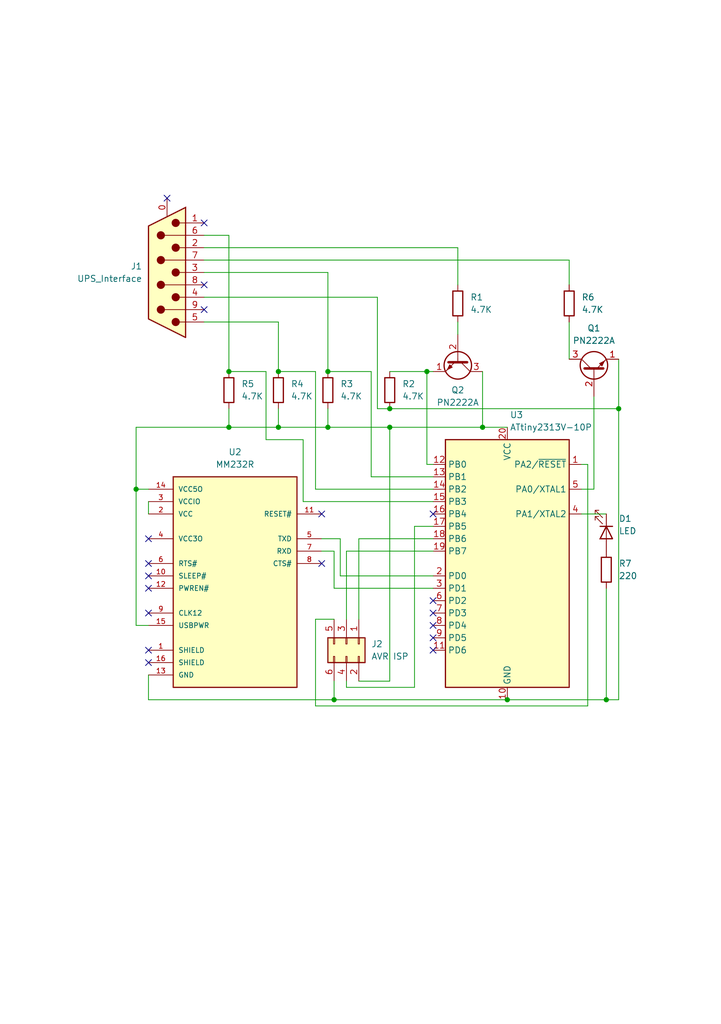
<source format=kicad_sch>
(kicad_sch (version 20211123) (generator eeschema)
  (paper "A5" portrait)
  (title_block (title "DumbUPS USB interface") (date "2022-01-02") (rev "1"))
  (lib_symbols
    (symbol "Connector:DB9_Male_MountingHoles" (pin_names (offset 1.016) hide)
      (property "Reference" "J" (at 0 16.51 0))
      (property "Value" "DB9_Male_MountingHoles" (at 0 14.605 0))
      (symbol "DB9_Male_MountingHoles_0_1"
        (circle (center -1.778 -10.16) (radius 0.762) (fill (type outline)))
        (circle (center -1.778 -5.08) (radius 0.762) (fill (type outline)))
        (circle (center -1.778 0) (radius 0.762) (fill (type outline)))
        (circle (center -1.778 5.08) (radius 0.762) (fill (type outline)))
        (circle (center -1.778 10.16) (radius 0.762) (fill (type outline)))
        (polyline (pts (xy -3.81 -10.16) (xy -2.54 -10.16)))
        (polyline (pts (xy -3.81 -7.62) (xy 0.508 -7.62)))
        (polyline (pts (xy -3.81 -5.08) (xy -2.54 -5.08)))
        (polyline (pts (xy -3.81 -2.54) (xy 0.508 -2.54)))
        (polyline (pts (xy -3.81 0) (xy -2.54 0)))
        (polyline (pts (xy -3.81 2.54) (xy 0.508 2.54)))
        (polyline (pts (xy -3.81 5.08) (xy -2.54 5.08)))
        (polyline (pts (xy -3.81 7.62) (xy 0.508 7.62)))
        (polyline (pts (xy -3.81 10.16) (xy -2.54 10.16)))
        (polyline (pts (xy -3.81 -13.335) (xy -3.81 13.335) (xy 3.81 9.525) (xy 3.81 -9.525) (xy -3.81 -13.335)) (stroke (width 0.254)) (fill (type background)))
        (circle (center 1.27 -7.62) (radius 0.762) (fill (type outline)))
        (circle (center 1.27 -2.54) (radius 0.762) (fill (type outline)))
        (circle (center 1.27 2.54) (radius 0.762) (fill (type outline)))
        (circle (center 1.27 7.62) (radius 0.762) (fill (type outline)))
      )
      (symbol "DB9_Male_MountingHoles_1_1"
        (pin passive line (at 0 -15.24 90) (length 3.81) (name "PAD") (number "0"))
        (pin passive line (at -7.62 -10.16 0) (length 3.81) (name "1") (number "1"))
        (pin passive line (at -7.62 -5.08 0) (length 3.81) (name "2") (number "2"))
        (pin passive line (at -7.62 0 0) (length 3.81) (name "3") (number "3"))
        (pin passive line (at -7.62 5.08 0) (length 3.81) (name "4") (number "4"))
        (pin passive line (at -7.62 10.16 0) (length 3.81) (name "5") (number "5"))
        (pin passive line (at -7.62 -7.62 0) (length 3.81) (name "6") (number "6"))
        (pin passive line (at -7.62 -2.54 0) (length 3.81) (name "7") (number "7"))
        (pin passive line (at -7.62 2.54 0) (length 3.81) (name "8") (number "8"))
        (pin passive line (at -7.62 7.62 0) (length 3.81) (name "9") (number "9"))
      )
    )
    (symbol "Connector_Generic:Conn_02x03_Odd_Even" (pin_names (offset 1.016) hide)
      (property "Reference" "J" (at 1.27 5.08 0))
      (property "Value" "Conn_02x03_Odd_Even" (at 1.27 -5.08 0))
      (symbol "Conn_02x03_Odd_Even_1_1"
        (rectangle (start -1.27 -2.413) (end 0 -2.667) (stroke (width 0.1524)))
        (rectangle (start -1.27 0.127) (end 0 -0.127) (stroke (width 0.1524)))
        (rectangle (start -1.27 2.667) (end 0 2.413) (stroke (width 0.1524)))
        (rectangle (start -1.27 3.81) (end 3.81 -3.81) (stroke (width 0.254)) (fill (type background)))
        (rectangle (start 3.81 -2.413) (end 2.54 -2.667) (stroke (width 0.1524)))
        (rectangle (start 3.81 0.127) (end 2.54 -0.127) (stroke (width 0.1524)))
        (rectangle (start 3.81 2.667) (end 2.54 2.413) (stroke (width 0.1524)))
        (pin passive line (at -5.08 2.54 0) (length 3.81) (name "Pin_1") (number "1"))
        (pin passive line (at 7.62 2.54 180) (length 3.81) (name "Pin_2") (number "2"))
        (pin passive line (at -5.08 0 0) (length 3.81) (name "Pin_3") (number "3"))
        (pin passive line (at 7.62 0 180) (length 3.81) (name "Pin_4") (number "4"))
        (pin passive line (at -5.08 -2.54 0) (length 3.81) (name "Pin_5") (number "5"))
        (pin passive line (at 7.62 -2.54 180) (length 3.81) (name "Pin_6") (number "6"))
      )
    )
    (symbol "Device:LED" (pin_numbers hide) (pin_names (offset 1.016) hide)
      (property "Reference" "D" (at 0 2.54 0))
      (property "Value" "LED" (at 0 -2.54 0))
      (symbol "LED_0_1"
        (polyline (pts (xy -1.27 -1.27) (xy -1.27 1.27)) (stroke (width 0.254)))
        (polyline (pts (xy -1.27 0) (xy 1.27 0)))
        (polyline (pts (xy 1.27 -1.27) (xy 1.27 1.27) (xy -1.27 0) (xy 1.27 -1.27)) (stroke (width 0.254)))
        (polyline (pts (xy -3.048 -0.762) (xy -4.572 -2.286) (xy -3.81 -2.286) (xy -4.572 -2.286) (xy -4.572 -1.524)))
        (polyline (pts (xy -1.778 -0.762) (xy -3.302 -2.286) (xy -2.54 -2.286) (xy -3.302 -2.286) (xy -3.302 -1.524)))
      )
      (symbol "LED_1_1"
        (pin passive line (at -3.81 0 0) (length 2.54) (name "K") (number "1"))
        (pin passive line (at 3.81 0 180) (length 2.54) (name "A") (number "2"))
      )
    )
    (symbol "Device:R" (pin_numbers hide) (pin_names (offset 0))
      (property "Reference" "R" (at 2.032 0 90))
      (property "Value" "R" (at 0 0 90))
      (symbol "R_0_1"
        (rectangle (start -1.016 -2.54) (end 1.016 2.54) (stroke (width 0.254)))
      )
      (symbol "R_1_1"
        (pin passive line (at 0 3.81 270) (length 1.27) (name "~") (number "1"))
        (pin passive line (at 0 -3.81 90) (length 1.27) (name "~") (number "2"))
      )
    )
    (symbol "MCU_Microchip_ATtiny:ATtiny2313V-10P"
      (property "Reference" "U" (at -12.7 26.67 0))
      (property "Value" "ATtiny2313V-10P" (at 2.54 -26.67 0))
      (symbol "ATtiny2313V-10P_0_1"
        (rectangle (start -12.7 -25.4) (end 12.7 25.4) (stroke (width 0.254)) (fill (type background)))
      )
      (symbol "ATtiny2313V-10P_1_1"
        (pin bidirectional line (at -15.24 20.32 0) (length 2.54) (name "PA2/~{RESET}") (number "1"))
        (pin power_in line (at 0 -27.94 90) (length 2.54) (name "GND") (number "10"))
        (pin bidirectional line (at 15.24 -17.78 180) (length 2.54) (name "PD6") (number "11"))
        (pin bidirectional line (at 15.24 20.32 180) (length 2.54) (name "PB0") (number "12"))
        (pin bidirectional line (at 15.24 17.78 180) (length 2.54) (name "PB1") (number "13"))
        (pin bidirectional line (at 15.24 15.24 180) (length 2.54) (name "PB2") (number "14"))
        (pin bidirectional line (at 15.24 12.7 180) (length 2.54) (name "PB3") (number "15"))
        (pin bidirectional line (at 15.24 10.16 180) (length 2.54) (name "PB4") (number "16"))
        (pin bidirectional line (at 15.24 7.62 180) (length 2.54) (name "PB5") (number "17"))
        (pin bidirectional line (at 15.24 5.08 180) (length 2.54) (name "PB6") (number "18"))
        (pin bidirectional line (at 15.24 2.54 180) (length 2.54) (name "PB7") (number "19"))
        (pin bidirectional line (at 15.24 -2.54 180) (length 2.54) (name "PD0") (number "2"))
        (pin power_in line (at 0 27.94 270) (length 2.54) (name "VCC") (number "20"))
        (pin bidirectional line (at 15.24 -5.08 180) (length 2.54) (name "PD1") (number "3"))
        (pin bidirectional line (at -15.24 10.16 0) (length 2.54) (name "PA1/XTAL2") (number "4"))
        (pin bidirectional line (at -15.24 15.24 0) (length 2.54) (name "PA0/XTAL1") (number "5"))
        (pin bidirectional line (at 15.24 -7.62 180) (length 2.54) (name "PD2") (number "6"))
        (pin bidirectional line (at 15.24 -10.16 180) (length 2.54) (name "PD3") (number "7"))
        (pin bidirectional line (at 15.24 -12.7 180) (length 2.54) (name "PD4") (number "8"))
        (pin bidirectional line (at 15.24 -15.24 180) (length 2.54) (name "PD5") (number "9"))
      )
    )
    (symbol "MM232R:MM232R" (pin_names (offset 1.016))
      (property "Reference" "U2" (at 0 25.4 0))
      (property "Value" "MM232R" (at 0 22.86 0))
      (symbol "MM232R_0_0"
        (rectangle (start -12.7 -22.86) (end 12.7 20.32) (stroke (width 0.254)) (fill (type background)))
        (pin input line (at 17.78 -15.24 180) (length 5.08) (name "SHIELD") (number "1"))
        (pin output line (at 17.78 0 180) (length 5.08) (name "SLEEP#") (number "10"))
        (pin input line (at -17.78 12.7 0) (length 5.08) (name "RESET#") (number "11"))
        (pin output line (at 17.78 -2.54 180) (length 5.08) (name "PWREN#") (number "12"))
        (pin power_out line (at 17.78 -20.32 180) (length 5.08) (name "GND") (number "13"))
        (pin power_in line (at 17.78 17.78 180) (length 5.08) (name "VCC5O") (number "14"))
        (pin power_out line (at 17.78 -10.16 180) (length 5.08) (name "USBPWR") (number "15"))
        (pin input line (at 17.78 -17.78 180) (length 5.08) (name "SHIELD") (number "16"))
        (pin power_out line (at 17.78 12.7 180) (length 5.08) (name "VCC") (number "2"))
        (pin power_in line (at 17.78 15.24 180) (length 5.08) (name "VCCIO") (number "3"))
        (pin output line (at 17.78 7.62 180) (length 5.08) (name "VCC3O") (number "4"))
        (pin output line (at -17.78 7.62 0) (length 5.08) (name "TXD") (number "5"))
        (pin output line (at 17.78 2.54 180) (length 5.08) (name "RTS#") (number "6"))
        (pin input line (at -17.78 5.08 0) (length 5.08) (name "RXD") (number "7"))
        (pin input line (at -17.78 2.54 0) (length 5.08) (name "CTS#") (number "8"))
        (pin output line (at 17.78 -7.62 180) (length 5.08) (name "CLK12") (number "9"))
      )
    )
    (symbol "Transistor_BJT:PN2222A" (pin_names (offset 0) hide)
      (property "Reference" "Q" (at 5.08 1.905 0))
      (property "Value" "PN2222A" (at 5.08 0 0))
      (symbol "PN2222A_0_1"
        (polyline (pts (xy 0 0) (xy 0.635 0)))
        (polyline (pts (xy 2.54 -2.54) (xy 0.635 -0.635)))
        (polyline (pts (xy 2.54 2.54) (xy 0.635 0.635)))
        (polyline (pts (xy 0.635 1.905) (xy 0.635 -1.905) (xy 0.635 -1.905)) (stroke (width 0.508)))
        (polyline (pts (xy 2.413 -2.413) (xy 1.905 -1.905) (xy 1.905 -1.905)))
        (polyline (pts (xy 1.143 -1.651) (xy 1.651 -1.143) (xy 2.159 -2.159) (xy 1.143 -1.651) (xy 1.143 -1.651)) (fill (type outline)))
        (circle (center 1.27 0) (radius 2.8194) (stroke (width 0.254)))
      )
      (symbol "PN2222A_1_1"
        (pin passive line (at 2.54 -5.08 90) (length 2.54) (name "E") (number "1"))
        (pin input line (at -5.08 0 0) (length 5.08) (name "B") (number "2"))
        (pin passive line (at 2.54 5.08 270) (length 2.54) (name "C") (number "3"))
      )
    )
  )
  (junction (at 127 83.82))
  (junction (at 57.15 76.2))
  (junction (at 68.58 143.51))
  (junction (at 46.99 87.63))
  (junction (at 80.01 83.82))
  (junction (at 87.63 76.2))
  (junction (at 46.99 76.2))
  (junction (at 67.31 76.2))
  (junction (at 67.31 87.63))
  (junction (at 99.06 87.63))
  (junction (at 57.15 87.63))
  (junction (at 124.46 143.51))
  (junction (at 27.94 100.33))
  (junction (at 104.14 143.51))
  (junction (at 80.01 87.63))
  (no_connect (at 34.29 40.64))
  (no_connect (at 41.91 63.5))
  (no_connect (at 41.91 58.42))
  (no_connect (at 30.48 120.65))
  (no_connect (at 30.48 125.73))
  (no_connect (at 30.48 110.49))
  (no_connect (at 30.48 118.11))
  (no_connect (at 30.48 115.57))
  (no_connect (at 88.9 105.41))
  (no_connect (at 66.04 115.57))
  (no_connect (at 66.04 105.41))
  (no_connect (at 88.9 133.35))
  (no_connect (at 88.9 130.81))
  (no_connect (at 88.9 128.27))
  (no_connect (at 88.9 125.73))
  (no_connect (at 88.9 123.19))
  (no_connect (at 41.91 45.72))
  (no_connect (at 30.48 133.35))
  (no_connect (at 30.48 135.89))
  (wire (pts (xy 27.94 100.33) (xy 30.48 100.33)))
  (wire (pts (xy 88.9 95.25) (xy 87.63 95.25)))
  (wire (pts (xy 54.61 90.17) (xy 54.61 76.2)))
  (wire (pts (xy 67.31 83.82) (xy 67.31 87.63)))
  (wire (pts (xy 88.9 110.49) (xy 73.66 110.49)))
  (wire (pts (xy 57.15 66.04) (xy 57.15 76.2)))
  (wire (pts (xy 127 83.82) (xy 127 143.51)))
  (wire (pts (xy 93.98 50.8) (xy 93.98 58.42)))
  (wire (pts (xy 57.15 83.82) (xy 57.15 87.63)))
  (wire (pts (xy 85.09 107.95) (xy 85.09 140.97)))
  (wire (pts (xy 64.77 144.78) (xy 64.77 127)))
  (wire (pts (xy 88.9 113.03) (xy 71.12 113.03)))
  (wire (pts (xy 88.9 100.33) (xy 64.77 100.33)))
  (wire (pts (xy 77.47 83.82) (xy 80.01 83.82)))
  (wire (pts (xy 66.04 113.03) (xy 68.58 113.03)))
  (wire (pts (xy 69.85 118.11) (xy 69.85 110.49)))
  (wire (pts (xy 27.94 87.63) (xy 46.99 87.63)))
  (wire (pts (xy 71.12 140.97) (xy 71.12 139.7)))
  (wire (pts (xy 116.84 66.04) (xy 116.84 73.66)))
  (wire (pts (xy 67.31 76.2) (xy 76.2 76.2)))
  (wire (pts (xy 30.48 143.51) (xy 68.58 143.51)))
  (wire (pts (xy 76.2 76.2) (xy 76.2 97.79)))
  (wire (pts (xy 69.85 110.49) (xy 66.04 110.49)))
  (wire (pts (xy 120.65 95.25) (xy 120.65 144.78)))
  (wire (pts (xy 87.63 76.2) (xy 80.01 76.2)))
  (wire (pts (xy 30.48 143.51) (xy 30.48 138.43)))
  (wire (pts (xy 64.77 76.2) (xy 57.15 76.2)))
  (wire (pts (xy 68.58 120.65) (xy 88.9 120.65)))
  (wire (pts (xy 120.65 144.78) (xy 64.77 144.78)))
  (wire (pts (xy 27.94 87.63) (xy 27.94 100.33)))
  (wire (pts (xy 41.91 50.8) (xy 93.98 50.8)))
  (wire (pts (xy 54.61 76.2) (xy 46.99 76.2)))
  (wire (pts (xy 88.9 107.95) (xy 85.09 107.95)))
  (wire (pts (xy 41.91 55.88) (xy 67.31 55.88)))
  (wire (pts (xy 62.23 90.17) (xy 54.61 90.17)))
  (wire (pts (xy 30.48 102.87) (xy 30.48 105.41)))
  (wire (pts (xy 116.84 53.34) (xy 116.84 58.42)))
  (wire (pts (xy 67.31 87.63) (xy 80.01 87.63)))
  (wire (pts (xy 41.91 48.26) (xy 46.99 48.26)))
  (wire (pts (xy 73.66 110.49) (xy 73.66 127)))
  (wire (pts (xy 57.15 87.63) (xy 67.31 87.63)))
  (wire (pts (xy 64.77 100.33) (xy 64.77 76.2)))
  (wire (pts (xy 68.58 113.03) (xy 68.58 120.65)))
  (wire (pts (xy 88.9 118.11) (xy 69.85 118.11)))
  (wire (pts (xy 80.01 139.7) (xy 80.01 87.63)))
  (wire (pts (xy 119.38 105.41) (xy 124.46 105.41)))
  (wire (pts (xy 87.63 95.25) (xy 87.63 76.2)))
  (wire (pts (xy 27.94 128.27) (xy 30.48 128.27)))
  (wire (pts (xy 124.46 120.65) (xy 124.46 143.51)))
  (wire (pts (xy 46.99 83.82) (xy 46.99 87.63)))
  (wire (pts (xy 46.99 48.26) (xy 46.99 76.2)))
  (wire (pts (xy 99.06 76.2) (xy 99.06 87.63)))
  (wire (pts (xy 85.09 140.97) (xy 71.12 140.97)))
  (wire (pts (xy 41.91 60.96) (xy 77.47 60.96)))
  (wire (pts (xy 121.92 100.33) (xy 121.92 81.28)))
  (wire (pts (xy 99.06 87.63) (xy 104.14 87.63)))
  (wire (pts (xy 46.99 87.63) (xy 57.15 87.63)))
  (wire (pts (xy 64.77 127) (xy 68.58 127)))
  (wire (pts (xy 41.91 66.04) (xy 57.15 66.04)))
  (wire (pts (xy 80.01 87.63) (xy 99.06 87.63)))
  (wire (pts (xy 62.23 102.87) (xy 62.23 90.17)))
  (wire (pts (xy 119.38 100.33) (xy 121.92 100.33)))
  (wire (pts (xy 67.31 55.88) (xy 67.31 76.2)))
  (wire (pts (xy 76.2 97.79) (xy 88.9 97.79)))
  (wire (pts (xy 127 73.66) (xy 127 83.82)))
  (wire (pts (xy 119.38 95.25) (xy 120.65 95.25)))
  (wire (pts (xy 80.01 83.82) (xy 127 83.82)))
  (wire (pts (xy 77.47 60.96) (xy 77.47 83.82)))
  (wire (pts (xy 73.66 139.7) (xy 80.01 139.7)))
  (wire (pts (xy 41.91 53.34) (xy 116.84 53.34)))
  (wire (pts (xy 68.58 139.7) (xy 68.58 143.51)))
  (wire (pts (xy 87.63 76.2) (xy 88.9 76.2)))
  (wire (pts (xy 88.9 102.87) (xy 62.23 102.87)))
  (wire (pts (xy 27.94 100.33) (xy 27.94 128.27)))
  (wire (pts (xy 104.14 143.51) (xy 124.46 143.51)))
  (wire (pts (xy 71.12 113.03) (xy 71.12 127)))
  (wire (pts (xy 124.46 143.51) (xy 127 143.51)))
  (wire (pts (xy 93.98 66.04) (xy 93.98 68.58)))
  (wire (pts (xy 68.58 143.51) (xy 104.14 143.51)))
  (symbol (lib_id "MM232R:MM232R") (at 48.26 118.11 0) (mirror y) (unit 1)
    (property "Reference" "U2" (at 48.26 92.71 0))
    (property "Value" "MM232R" (at 48.26 95.25 0))
    (property "Footprint" "library:FTDI_MM232R" (effects hide))
    (property "STANDARD" "Manufacturer Recommendations" (effects hide))
    (property "MANUFACTURER" "FTD CHIP" (effects hide))
    (property "PARTREV" "1.2" (effects hide))
  )
  (symbol (lib_id "Device:R") (at 46.99 80.01 0) (unit 1)
    (property "Reference" "R5" (at 49.53 78.7399 0) (effects (justify left)))
    (property "Value" "4.7K" (at 49.53 81.2799 0) (effects (justify left)))
    (property "Footprint" "Resistor_THT:R_Axial_DIN0207_L6.3mm_D2.5mm_P10.16mm_Horizontal" (effects hide))
  )
  (symbol (lib_id "Device:R") (at 57.15 80.01 0) (unit 1)
    (property "Reference" "R4" (at 59.69 78.7399 0) (effects (justify left)))
    (property "Value" "4.7K" (at 59.69 81.2799 0) (effects (justify left)))
    (property "Footprint" "Resistor_THT:R_Axial_DIN0207_L6.3mm_D2.5mm_P10.16mm_Horizontal" (effects hide))
  )
  (symbol (lib_id "Device:R") (at 80.01 80.01 180) (unit 1)
    (property "Reference" "R2" (at 82.55 78.7399 0) (effects (justify right)))
    (property "Value" "4.7K" (at 82.55 81.2799 0) (effects (justify right)))
    (property "Footprint" "Resistor_THT:R_Axial_DIN0207_L6.3mm_D2.5mm_P10.16mm_Horizontal" (effects hide))
  )
  (symbol (lib_id "Transistor_BJT:PN2222A") (at 121.92 76.2 90) (unit 1)
    (property "Reference" "Q1" (at 121.92 67.31 90))
    (property "Value" "PN2222A" (at 121.92 69.85 90))
    (property "Footprint" "Package_TO_SOT_THT:TO-92L_Inline" (effects hide))
    (property "Datasheet" "https://www.onsemi.com/pub/Collateral/PN2222-D.PDF" (effects hide))
  )
  (symbol (lib_id "Connector:DB9_Male_MountingHoles") (at 34.29 55.88 180) (unit 1)
    (property "Reference" "J1" (at 29.21 54.6099 0) (effects (justify left)))
    (property "Value" "UPS_Interface" (at 29.21 57.1499 0) (effects (justify left)))
    (property "Footprint" "Connector_Dsub:DSUB-9_Male_Horizontal_P2.77x2.84mm_EdgePinOffset7.70mm_Housed_MountingHolesOffset9.12mm" (effects hide))
    (property "Datasheet" " ~" (effects hide))
  )
  (symbol (lib_id "Device:R") (at 124.46 116.84 0) (unit 1)
    (property "Reference" "R7" (at 127 115.5699 0) (effects (justify left)))
    (property "Value" "220" (at 127 118.1099 0) (effects (justify left)))
    (property "Footprint" "Resistor_THT:R_Axial_DIN0207_L6.3mm_D2.5mm_P10.16mm_Horizontal" (effects hide))
  )
  (symbol (lib_id "MCU_Microchip_ATtiny:ATtiny2313V-10P") (at 104.14 115.57 0) (mirror y) (unit 1)
    (property "Reference" "U3" (at 104.6606 85.09 0) (effects (justify right)))
    (property "Value" "ATtiny2313V-10P" (at 104.6606 87.63 0) (effects (justify right)))
    (property "Footprint" "Package_DIP:DIP-20_W7.62mm" (effects hide))
    (property "Datasheet" "http://ww1.microchip.com/downloads/en/DeviceDoc/Atmel-2543-AVR-ATtiny2313_Datasheet.pdf" (effects hide))
  )
  (symbol (lib_id "Device:R") (at 93.98 62.23 0) (unit 1)
    (property "Reference" "R1" (at 96.52 60.9599 0) (effects (justify left)))
    (property "Value" "4.7K" (at 96.52 63.4999 0) (effects (justify left)))
    (property "Footprint" "Resistor_THT:R_Axial_DIN0207_L6.3mm_D2.5mm_P10.16mm_Horizontal" (effects hide))
  )
  (symbol (lib_id "Device:LED") (at 124.46 109.22 270) (unit 1)
    (property "Reference" "D1" (at 127 106.3624 90) (effects (justify left)))
    (property "Value" "LED" (at 127 108.9024 90) (effects (justify left)))
    (property "Footprint" "Connector_PinHeader_2.54mm:PinHeader_1x02_P2.54mm_Vertical" (effects hide))
  )
  (symbol (lib_id "Device:R") (at 67.31 80.01 0) (unit 1)
    (property "Reference" "R3" (at 69.85 78.7399 0) (effects (justify left)))
    (property "Value" "4.7K" (at 69.85 81.2799 0) (effects (justify left)))
    (property "Footprint" "Resistor_THT:R_Axial_DIN0207_L6.3mm_D2.5mm_P10.16mm_Horizontal" (effects hide))
  )
  (symbol (lib_id "Connector_Generic:Conn_02x03_Odd_Even") (at 71.12 132.08 270) (unit 1)
    (property "Reference" "J2" (at 76.2 132.0799 90) (effects (justify left)))
    (property "Value" "AVR ISP" (at 76.2 134.6199 90) (effects (justify left)))
    (property "Footprint" "Connector_IDC:IDC-Header_2x03_P2.54mm_Vertical" (effects hide))
  )
  (symbol (lib_id "Device:R") (at 116.84 62.23 0) (unit 1)
    (property "Reference" "R6" (at 119.38 60.9599 0) (effects (justify left)))
    (property "Value" "4.7K" (at 119.38 63.4999 0) (effects (justify left)))
    (property "Footprint" "Resistor_THT:R_Axial_DIN0207_L6.3mm_D2.5mm_P10.16mm_Horizontal" (effects hide))
  )
  (symbol (lib_id "Transistor_BJT:PN2222A") (at 93.98 73.66 270) (unit 1)
    (property "Reference" "Q2" (at 93.98 80.01 90))
    (property "Value" "PN2222A" (at 93.98 82.55 90))
    (property "Footprint" "Package_TO_SOT_THT:TO-92_Inline" (effects hide))
    (property "Datasheet" "https://www.onsemi.com/pub/Collateral/PN2222-D.PDF" (effects hide))
  )
)
</source>
